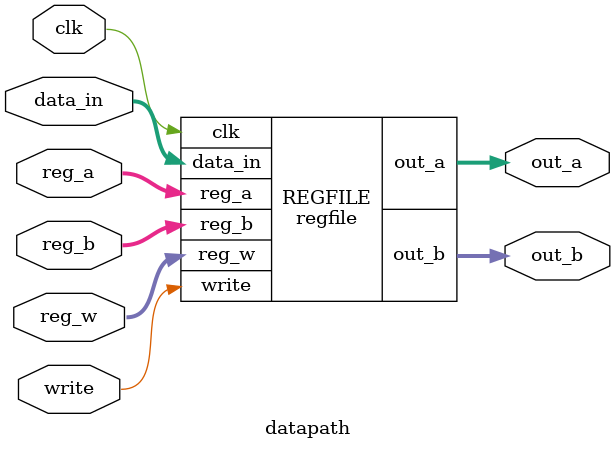
<source format=sv>
module regfile(clk, data_in, write, reg_w, reg_a, reg_b, out_a, out_b);
	input clk, write;
	input [2:0] reg_w, reg_a, reg_b;
	input [15:0] data_in;
	output reg [15:0] out_a, out_b;

	wire [7:0] load;
	reg [15:0] R0, R1, R2, R3, R4, R5, R6, R7;

	assign load = {8{write}} & (8'b1 << reg_w);

	always_comb begin
		case (reg_a)
		0: out_a = R0;
		1: out_a = R1;
		2: out_a = R2;
		3: out_a = R3;
		4: out_a = R4;
		5: out_a = R5;
		6: out_a = R6;
		7: out_a = R7;
		endcase

		case (reg_b)
		0: out_b = R0;
		1: out_b = R1;
		2: out_b = R2;
		3: out_b = R3;
		4: out_b = R4;
		5: out_b = R5;
		6: out_b = R6;
		7: out_b = R7;
		endcase
	end

	always_ff @(negedge clk) begin
		if (load[0]) R0 <= data_in;
		if (load[1]) R1 <= data_in;
		if (load[2]) R2 <= data_in;
		if (load[3]) R3 <= data_in;
		if (load[4]) R4 <= data_in;
		if (load[5]) R5 <= data_in;
		if (load[6]) R6 <= data_in;
		if (load[7]) R7 <= data_in;
	end
endmodule: regfile

module datapath(clk, data_in, write, reg_w, reg_a, reg_b, out_a, out_b);
	input clk, write;
	input [2:0] reg_w, reg_a, reg_b;
	input [15:0] data_in;
	output reg [15:0] out_a, out_b;

	regfile REGFILE(clk, data_in, write, reg_w, reg_a, reg_b, out_a, out_b);
endmodule: datapath

</source>
